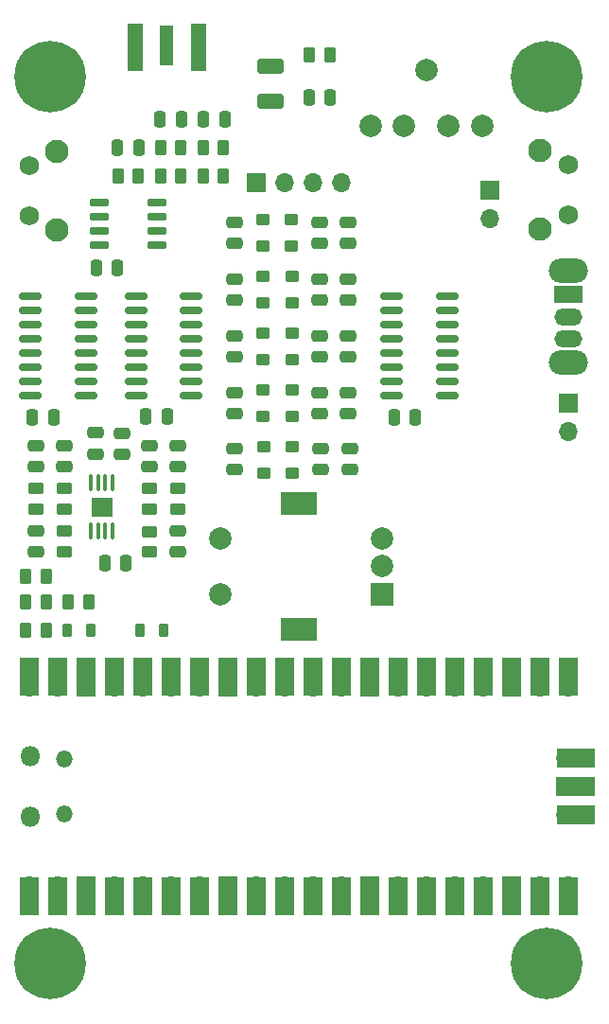
<source format=gbr>
G04 #@! TF.GenerationSoftware,KiCad,Pcbnew,7.0.5-unknown-202306101748~6fbdf8f0e2~ubuntu22.04.1*
G04 #@! TF.CreationDate,2024-07-28T12:56:51+01:00*
G04 #@! TF.ProjectId,pico_rx,7069636f-5f72-4782-9e6b-696361645f70,rev?*
G04 #@! TF.SameCoordinates,Original*
G04 #@! TF.FileFunction,Soldermask,Top*
G04 #@! TF.FilePolarity,Negative*
%FSLAX46Y46*%
G04 Gerber Fmt 4.6, Leading zero omitted, Abs format (unit mm)*
G04 Created by KiCad (PCBNEW 7.0.5-unknown-202306101748~6fbdf8f0e2~ubuntu22.04.1) date 2024-07-28 12:56:51*
%MOMM*%
%LPD*%
G01*
G04 APERTURE LIST*
G04 Aperture macros list*
%AMRoundRect*
0 Rectangle with rounded corners*
0 $1 Rounding radius*
0 $2 $3 $4 $5 $6 $7 $8 $9 X,Y pos of 4 corners*
0 Add a 4 corners polygon primitive as box body*
4,1,4,$2,$3,$4,$5,$6,$7,$8,$9,$2,$3,0*
0 Add four circle primitives for the rounded corners*
1,1,$1+$1,$2,$3*
1,1,$1+$1,$4,$5*
1,1,$1+$1,$6,$7*
1,1,$1+$1,$8,$9*
0 Add four rect primitives between the rounded corners*
20,1,$1+$1,$2,$3,$4,$5,0*
20,1,$1+$1,$4,$5,$6,$7,0*
20,1,$1+$1,$6,$7,$8,$9,0*
20,1,$1+$1,$8,$9,$2,$3,0*%
G04 Aperture macros list end*
%ADD10RoundRect,0.250000X-0.250000X-0.475000X0.250000X-0.475000X0.250000X0.475000X-0.250000X0.475000X0*%
%ADD11RoundRect,0.250000X0.262500X0.450000X-0.262500X0.450000X-0.262500X-0.450000X0.262500X-0.450000X0*%
%ADD12RoundRect,0.250000X0.475000X-0.250000X0.475000X0.250000X-0.475000X0.250000X-0.475000X-0.250000X0*%
%ADD13RoundRect,0.250000X0.350000X-0.275000X0.350000X0.275000X-0.350000X0.275000X-0.350000X-0.275000X0*%
%ADD14RoundRect,0.250000X-0.262500X-0.450000X0.262500X-0.450000X0.262500X0.450000X-0.262500X0.450000X0*%
%ADD15C,6.400000*%
%ADD16RoundRect,0.250000X-0.475000X0.250000X-0.475000X-0.250000X0.475000X-0.250000X0.475000X0.250000X0*%
%ADD17C,2.100000*%
%ADD18C,1.750000*%
%ADD19RoundRect,0.100000X-0.100000X0.625000X-0.100000X-0.625000X0.100000X-0.625000X0.100000X0.625000X0*%
%ADD20R,1.880000X1.680000*%
%ADD21RoundRect,0.250000X-0.450000X0.262500X-0.450000X-0.262500X0.450000X-0.262500X0.450000X0.262500X0*%
%ADD22O,1.800000X1.800000*%
%ADD23O,1.500000X1.500000*%
%ADD24O,1.700000X1.700000*%
%ADD25R,1.700000X3.500000*%
%ADD26R,1.700000X1.700000*%
%ADD27R,3.500000X1.700000*%
%ADD28RoundRect,0.250000X-0.350000X0.275000X-0.350000X-0.275000X0.350000X-0.275000X0.350000X0.275000X0*%
%ADD29RoundRect,0.250000X0.925000X-0.412500X0.925000X0.412500X-0.925000X0.412500X-0.925000X-0.412500X0*%
%ADD30RoundRect,0.250000X0.450000X-0.262500X0.450000X0.262500X-0.450000X0.262500X-0.450000X-0.262500X0*%
%ADD31RoundRect,0.250000X0.250000X0.475000X-0.250000X0.475000X-0.250000X-0.475000X0.250000X-0.475000X0*%
%ADD32R,2.000000X2.000000*%
%ADD33C,2.000000*%
%ADD34R,3.200000X2.000000*%
%ADD35RoundRect,0.150000X-0.725000X-0.150000X0.725000X-0.150000X0.725000X0.150000X-0.725000X0.150000X0*%
%ADD36RoundRect,0.150000X0.825000X0.150000X-0.825000X0.150000X-0.825000X-0.150000X0.825000X-0.150000X0*%
%ADD37RoundRect,0.218750X-0.218750X-0.381250X0.218750X-0.381250X0.218750X0.381250X-0.218750X0.381250X0*%
%ADD38R,1.270000X3.600000*%
%ADD39R,1.350000X4.200000*%
%ADD40O,3.500000X2.200000*%
%ADD41R,2.500000X1.500000*%
%ADD42O,2.500000X1.500000*%
G04 APERTURE END LIST*
D10*
X121026000Y-109220000D03*
X119126000Y-109220000D03*
D11*
X113307500Y-114300000D03*
X111482500Y-114300000D03*
D12*
X129600000Y-140550000D03*
X129600000Y-138650000D03*
X121920000Y-130490000D03*
X121920000Y-128590000D03*
D13*
X124460000Y-135770000D03*
X124460000Y-133470000D03*
D14*
X103227500Y-152400000D03*
X105052500Y-152400000D03*
D15*
X105410000Y-105410000D03*
D12*
X121920000Y-120330000D03*
X121920000Y-118430000D03*
D16*
X104140000Y-146050000D03*
X104140000Y-147950000D03*
D17*
X105992500Y-119095000D03*
X105992500Y-112085000D03*
D18*
X103502500Y-117845000D03*
X103502500Y-113345000D03*
D12*
X132080000Y-135570000D03*
X132080000Y-133670000D03*
D19*
X110995000Y-141775000D03*
X110345000Y-141775000D03*
X109695000Y-141775000D03*
X109045000Y-141775000D03*
X109045000Y-146075000D03*
X109695000Y-146075000D03*
X110345000Y-146075000D03*
X110995000Y-146075000D03*
D20*
X110020000Y-143925000D03*
D21*
X114300000Y-146125000D03*
X114300000Y-147950000D03*
D22*
X103635000Y-171635000D03*
D23*
X106665000Y-171335000D03*
X106665000Y-166485000D03*
D22*
X103635000Y-166185000D03*
D24*
X103505000Y-177800000D03*
D25*
X103505000Y-178700000D03*
D24*
X106045000Y-177800000D03*
D25*
X106045000Y-178700000D03*
D26*
X108585000Y-177800000D03*
D25*
X108585000Y-178700000D03*
D24*
X111125000Y-177800000D03*
D25*
X111125000Y-178700000D03*
D24*
X113665000Y-177800000D03*
D25*
X113665000Y-178700000D03*
D24*
X116205000Y-177800000D03*
D25*
X116205000Y-178700000D03*
D24*
X118745000Y-177800000D03*
D25*
X118745000Y-178700000D03*
D26*
X121285000Y-177800000D03*
D25*
X121285000Y-178700000D03*
D24*
X123825000Y-177800000D03*
D25*
X123825000Y-178700000D03*
D24*
X126365000Y-177800000D03*
D25*
X126365000Y-178700000D03*
D24*
X128905000Y-177800000D03*
D25*
X128905000Y-178700000D03*
D24*
X131445000Y-177800000D03*
D25*
X131445000Y-178700000D03*
D26*
X133985000Y-177800000D03*
D25*
X133985000Y-178700000D03*
D24*
X136525000Y-177800000D03*
D25*
X136525000Y-178700000D03*
D24*
X139065000Y-177800000D03*
D25*
X139065000Y-178700000D03*
D24*
X141605000Y-177800000D03*
D25*
X141605000Y-178700000D03*
D24*
X144145000Y-177800000D03*
D25*
X144145000Y-178700000D03*
D26*
X146685000Y-177800000D03*
D25*
X146685000Y-178700000D03*
D24*
X149225000Y-177800000D03*
D25*
X149225000Y-178700000D03*
D24*
X151765000Y-177800000D03*
D25*
X151765000Y-178700000D03*
D24*
X151765000Y-160020000D03*
D25*
X151765000Y-159120000D03*
D24*
X149225000Y-160020000D03*
D25*
X149225000Y-159120000D03*
D26*
X146685000Y-160020000D03*
D25*
X146685000Y-159120000D03*
D24*
X144145000Y-160020000D03*
D25*
X144145000Y-159120000D03*
D24*
X141605000Y-160020000D03*
D25*
X141605000Y-159120000D03*
D24*
X139065000Y-160020000D03*
D25*
X139065000Y-159120000D03*
D24*
X136525000Y-160020000D03*
D25*
X136525000Y-159120000D03*
D26*
X133985000Y-160020000D03*
D25*
X133985000Y-159120000D03*
D24*
X131445000Y-160020000D03*
D25*
X131445000Y-159120000D03*
D24*
X128905000Y-160020000D03*
D25*
X128905000Y-159120000D03*
D24*
X126365000Y-160020000D03*
D25*
X126365000Y-159120000D03*
D24*
X123825000Y-160020000D03*
D25*
X123825000Y-159120000D03*
D26*
X121285000Y-160020000D03*
D25*
X121285000Y-159120000D03*
D24*
X118745000Y-160020000D03*
D25*
X118745000Y-159120000D03*
D24*
X116205000Y-160020000D03*
D25*
X116205000Y-159120000D03*
D24*
X113665000Y-160020000D03*
D25*
X113665000Y-159120000D03*
D24*
X111125000Y-160020000D03*
D25*
X111125000Y-159120000D03*
D26*
X108585000Y-160020000D03*
D25*
X108585000Y-159120000D03*
D24*
X106045000Y-160020000D03*
D25*
X106045000Y-159120000D03*
D24*
X103505000Y-160020000D03*
D25*
X103505000Y-159120000D03*
D24*
X151535000Y-171450000D03*
D27*
X152435000Y-171450000D03*
D26*
X151535000Y-168910000D03*
D27*
X152435000Y-168910000D03*
D24*
X151535000Y-166370000D03*
D27*
X152435000Y-166370000D03*
D28*
X127065000Y-123310000D03*
X127065000Y-125610000D03*
D16*
X116840000Y-138430000D03*
X116840000Y-140330000D03*
D15*
X149860000Y-184785000D03*
D29*
X125095000Y-107582500D03*
X125095000Y-104507500D03*
D12*
X132080000Y-120330000D03*
X132080000Y-118430000D03*
D15*
X105410000Y-184785000D03*
D14*
X103227500Y-150140000D03*
X105052500Y-150140000D03*
D28*
X127065000Y-133470000D03*
X127065000Y-135770000D03*
D14*
X107037500Y-152400000D03*
X108862500Y-152400000D03*
D30*
X104140000Y-144102500D03*
X104140000Y-142277500D03*
D21*
X106680000Y-146082500D03*
X106680000Y-147907500D03*
D31*
X113345000Y-111760000D03*
X111445000Y-111760000D03*
D32*
X135128000Y-151725000D03*
D33*
X135128000Y-146725000D03*
X135128000Y-149225000D03*
D34*
X127628000Y-154825000D03*
X127628000Y-143625000D03*
D33*
X120628000Y-146725000D03*
X120628000Y-151725000D03*
D13*
X124460000Y-120530000D03*
X124460000Y-118230000D03*
D16*
X116840000Y-146050000D03*
X116840000Y-147950000D03*
D35*
X109825000Y-116695000D03*
X109825000Y-117965000D03*
X109825000Y-119235000D03*
X109825000Y-120505000D03*
X114975000Y-120505000D03*
X114975000Y-119235000D03*
X114975000Y-117965000D03*
X114975000Y-116695000D03*
D28*
X127100000Y-138550000D03*
X127100000Y-140850000D03*
D14*
X128627500Y-103505000D03*
X130452500Y-103505000D03*
D33*
X139065000Y-104830000D03*
X144065000Y-109830000D03*
X141065000Y-109830000D03*
X134065000Y-109830000D03*
X137065000Y-109830000D03*
D14*
X119102500Y-111760000D03*
X120927500Y-111760000D03*
D36*
X118045000Y-133985000D03*
X118045000Y-132715000D03*
X118045000Y-131445000D03*
X118045000Y-130175000D03*
X118045000Y-128905000D03*
X118045000Y-127635000D03*
X118045000Y-126365000D03*
X118045000Y-125095000D03*
X113095000Y-125095000D03*
X113095000Y-126365000D03*
X113095000Y-127635000D03*
X113095000Y-128905000D03*
X113095000Y-130175000D03*
X113095000Y-131445000D03*
X113095000Y-132715000D03*
X113095000Y-133985000D03*
D12*
X132200000Y-140550000D03*
X132200000Y-138650000D03*
X121920000Y-135570000D03*
X121920000Y-133670000D03*
D13*
X124500000Y-140850000D03*
X124500000Y-138550000D03*
D16*
X114300000Y-138425000D03*
X114300000Y-140325000D03*
D26*
X123825000Y-114935000D03*
D24*
X126365000Y-114935000D03*
X128905000Y-114935000D03*
X131445000Y-114935000D03*
D26*
X151765000Y-134620000D03*
D24*
X151765000Y-137160000D03*
D37*
X113445000Y-154940000D03*
X115570000Y-154940000D03*
D12*
X129540000Y-125410000D03*
X129540000Y-123510000D03*
D31*
X117155000Y-109220000D03*
X115255000Y-109220000D03*
D13*
X124460000Y-130690000D03*
X124460000Y-128390000D03*
D38*
X115824000Y-102616000D03*
D39*
X118649000Y-102816000D03*
X112999000Y-102816000D03*
D30*
X114300000Y-144097500D03*
X114300000Y-142272500D03*
D17*
X149277500Y-112045000D03*
X149277500Y-119055000D03*
D18*
X151767500Y-113295000D03*
X151767500Y-117795000D03*
D12*
X132080000Y-130490000D03*
X132080000Y-128590000D03*
D15*
X149860000Y-105410000D03*
D12*
X129540000Y-130490000D03*
X129540000Y-128590000D03*
X121900000Y-140550000D03*
X121900000Y-138650000D03*
D36*
X140950000Y-133985000D03*
X140950000Y-132715000D03*
X140950000Y-131445000D03*
X140950000Y-130175000D03*
X140950000Y-128905000D03*
X140950000Y-127635000D03*
X140950000Y-126365000D03*
X140950000Y-125095000D03*
X136000000Y-125095000D03*
X136000000Y-126365000D03*
X136000000Y-127635000D03*
X136000000Y-128905000D03*
X136000000Y-130175000D03*
X136000000Y-131445000D03*
X136000000Y-132715000D03*
X136000000Y-133985000D03*
D28*
X127000000Y-118230000D03*
X127000000Y-120530000D03*
X127065000Y-128390000D03*
X127065000Y-130690000D03*
D12*
X129540000Y-135570000D03*
X129540000Y-133670000D03*
D10*
X136210000Y-135890000D03*
X138110000Y-135890000D03*
D37*
X106887500Y-154940000D03*
X109012500Y-154940000D03*
D30*
X106680000Y-144097500D03*
X106680000Y-142272500D03*
D11*
X105052500Y-154940000D03*
X103227500Y-154940000D03*
D12*
X121920000Y-125410000D03*
X121920000Y-123510000D03*
D40*
X151765000Y-122805000D03*
X151765000Y-131005000D03*
D41*
X151765000Y-124905000D03*
D42*
X151765000Y-126905000D03*
X151765000Y-128905000D03*
D12*
X109474000Y-137275000D03*
X109474000Y-139175000D03*
D16*
X104140000Y-138430000D03*
X104140000Y-140330000D03*
D30*
X116840000Y-144102500D03*
X116840000Y-142277500D03*
D13*
X124460000Y-125610000D03*
X124460000Y-123310000D03*
D26*
X144780000Y-115565000D03*
D24*
X144780000Y-118105000D03*
D16*
X106680000Y-138425000D03*
X106680000Y-140325000D03*
D11*
X117117500Y-111760000D03*
X115292500Y-111760000D03*
D31*
X112202000Y-148971000D03*
X110302000Y-148971000D03*
D36*
X108585000Y-133985000D03*
X108585000Y-132715000D03*
X108585000Y-131445000D03*
X108585000Y-130175000D03*
X108585000Y-128905000D03*
X108585000Y-127635000D03*
X108585000Y-126365000D03*
X108585000Y-125095000D03*
X103635000Y-125095000D03*
X103635000Y-126365000D03*
X103635000Y-127635000D03*
X103635000Y-128905000D03*
X103635000Y-130175000D03*
X103635000Y-131445000D03*
X103635000Y-132715000D03*
X103635000Y-133985000D03*
D10*
X128590000Y-107315000D03*
X130490000Y-107315000D03*
X113980000Y-135800000D03*
X115880000Y-135800000D03*
X103825000Y-135890000D03*
X105725000Y-135890000D03*
D12*
X129540000Y-120330000D03*
X129540000Y-118430000D03*
X111790000Y-139200000D03*
X111790000Y-137300000D03*
X132080000Y-125410000D03*
X132080000Y-123510000D03*
D14*
X115292500Y-114300000D03*
X117117500Y-114300000D03*
D31*
X111440000Y-122555000D03*
X109540000Y-122555000D03*
D11*
X120927500Y-114300000D03*
X119102500Y-114300000D03*
M02*

</source>
